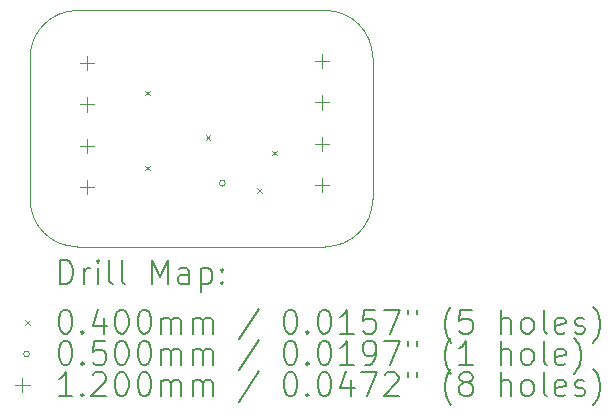
<source format=gbr>
%TF.GenerationSoftware,KiCad,Pcbnew,(6.0.11)*%
%TF.CreationDate,2023-02-10T19:03:14+05:30*%
%TF.ProjectId,charg,63686172-672e-46b6-9963-61645f706362,rev?*%
%TF.SameCoordinates,Original*%
%TF.FileFunction,Drillmap*%
%TF.FilePolarity,Positive*%
%FSLAX45Y45*%
G04 Gerber Fmt 4.5, Leading zero omitted, Abs format (unit mm)*
G04 Created by KiCad (PCBNEW (6.0.11)) date 2023-02-10 19:03:14*
%MOMM*%
%LPD*%
G01*
G04 APERTURE LIST*
%ADD10C,0.100000*%
%ADD11C,0.200000*%
%ADD12C,0.040000*%
%ADD13C,0.050000*%
%ADD14C,0.120000*%
G04 APERTURE END LIST*
D10*
X13359000Y-6615000D02*
X13359000Y-5415000D01*
X13359000Y-6615000D02*
G75*
G03*
X13759000Y-7015000I400000J0D01*
G01*
X13759000Y-5015000D02*
X15859000Y-5015000D01*
X15859000Y-7015000D02*
G75*
G03*
X16259000Y-6615000I0J400000D01*
G01*
X13759000Y-5015000D02*
G75*
G03*
X13359000Y-5415000I0J-400000D01*
G01*
X16259000Y-5415000D02*
X16259000Y-6615000D01*
X16259000Y-5415000D02*
G75*
G03*
X15859000Y-5015000I-400000J0D01*
G01*
X15859000Y-7015000D02*
X13759000Y-7015000D01*
D11*
D12*
X14331000Y-5695000D02*
X14371000Y-5735000D01*
X14371000Y-5695000D02*
X14331000Y-5735000D01*
X14331000Y-6330000D02*
X14371000Y-6370000D01*
X14371000Y-6330000D02*
X14331000Y-6370000D01*
X14845000Y-6069000D02*
X14885000Y-6109000D01*
X14885000Y-6069000D02*
X14845000Y-6109000D01*
X15283500Y-6520500D02*
X15323500Y-6560500D01*
X15323500Y-6520500D02*
X15283500Y-6560500D01*
X15410500Y-6203000D02*
X15450500Y-6243000D01*
X15450500Y-6203000D02*
X15410500Y-6243000D01*
D13*
X15011000Y-6477000D02*
G75*
G03*
X15011000Y-6477000I-25000J0D01*
G01*
D14*
X13843000Y-5401000D02*
X13843000Y-5521000D01*
X13783000Y-5461000D02*
X13903000Y-5461000D01*
X13843000Y-5751000D02*
X13843000Y-5871000D01*
X13783000Y-5811000D02*
X13903000Y-5811000D01*
X13843000Y-6101000D02*
X13843000Y-6221000D01*
X13783000Y-6161000D02*
X13903000Y-6161000D01*
X13843000Y-6451000D02*
X13843000Y-6571000D01*
X13783000Y-6511000D02*
X13903000Y-6511000D01*
X15830000Y-5384000D02*
X15830000Y-5504000D01*
X15770000Y-5444000D02*
X15890000Y-5444000D01*
X15830000Y-5734000D02*
X15830000Y-5854000D01*
X15770000Y-5794000D02*
X15890000Y-5794000D01*
X15830000Y-6084000D02*
X15830000Y-6204000D01*
X15770000Y-6144000D02*
X15890000Y-6144000D01*
X15830000Y-6434000D02*
X15830000Y-6554000D01*
X15770000Y-6494000D02*
X15890000Y-6494000D01*
D11*
X13611619Y-7330476D02*
X13611619Y-7130476D01*
X13659238Y-7130476D01*
X13687809Y-7140000D01*
X13706857Y-7159048D01*
X13716381Y-7178095D01*
X13725905Y-7216190D01*
X13725905Y-7244762D01*
X13716381Y-7282857D01*
X13706857Y-7301905D01*
X13687809Y-7320952D01*
X13659238Y-7330476D01*
X13611619Y-7330476D01*
X13811619Y-7330476D02*
X13811619Y-7197143D01*
X13811619Y-7235238D02*
X13821143Y-7216190D01*
X13830667Y-7206667D01*
X13849714Y-7197143D01*
X13868762Y-7197143D01*
X13935428Y-7330476D02*
X13935428Y-7197143D01*
X13935428Y-7130476D02*
X13925905Y-7140000D01*
X13935428Y-7149524D01*
X13944952Y-7140000D01*
X13935428Y-7130476D01*
X13935428Y-7149524D01*
X14059238Y-7330476D02*
X14040190Y-7320952D01*
X14030667Y-7301905D01*
X14030667Y-7130476D01*
X14164000Y-7330476D02*
X14144952Y-7320952D01*
X14135428Y-7301905D01*
X14135428Y-7130476D01*
X14392571Y-7330476D02*
X14392571Y-7130476D01*
X14459238Y-7273333D01*
X14525905Y-7130476D01*
X14525905Y-7330476D01*
X14706857Y-7330476D02*
X14706857Y-7225714D01*
X14697333Y-7206667D01*
X14678286Y-7197143D01*
X14640190Y-7197143D01*
X14621143Y-7206667D01*
X14706857Y-7320952D02*
X14687809Y-7330476D01*
X14640190Y-7330476D01*
X14621143Y-7320952D01*
X14611619Y-7301905D01*
X14611619Y-7282857D01*
X14621143Y-7263809D01*
X14640190Y-7254286D01*
X14687809Y-7254286D01*
X14706857Y-7244762D01*
X14802095Y-7197143D02*
X14802095Y-7397143D01*
X14802095Y-7206667D02*
X14821143Y-7197143D01*
X14859238Y-7197143D01*
X14878286Y-7206667D01*
X14887809Y-7216190D01*
X14897333Y-7235238D01*
X14897333Y-7292381D01*
X14887809Y-7311428D01*
X14878286Y-7320952D01*
X14859238Y-7330476D01*
X14821143Y-7330476D01*
X14802095Y-7320952D01*
X14983048Y-7311428D02*
X14992571Y-7320952D01*
X14983048Y-7330476D01*
X14973524Y-7320952D01*
X14983048Y-7311428D01*
X14983048Y-7330476D01*
X14983048Y-7206667D02*
X14992571Y-7216190D01*
X14983048Y-7225714D01*
X14973524Y-7216190D01*
X14983048Y-7206667D01*
X14983048Y-7225714D01*
D12*
X13314000Y-7640000D02*
X13354000Y-7680000D01*
X13354000Y-7640000D02*
X13314000Y-7680000D01*
D11*
X13649714Y-7550476D02*
X13668762Y-7550476D01*
X13687809Y-7560000D01*
X13697333Y-7569524D01*
X13706857Y-7588571D01*
X13716381Y-7626667D01*
X13716381Y-7674286D01*
X13706857Y-7712381D01*
X13697333Y-7731428D01*
X13687809Y-7740952D01*
X13668762Y-7750476D01*
X13649714Y-7750476D01*
X13630667Y-7740952D01*
X13621143Y-7731428D01*
X13611619Y-7712381D01*
X13602095Y-7674286D01*
X13602095Y-7626667D01*
X13611619Y-7588571D01*
X13621143Y-7569524D01*
X13630667Y-7560000D01*
X13649714Y-7550476D01*
X13802095Y-7731428D02*
X13811619Y-7740952D01*
X13802095Y-7750476D01*
X13792571Y-7740952D01*
X13802095Y-7731428D01*
X13802095Y-7750476D01*
X13983048Y-7617143D02*
X13983048Y-7750476D01*
X13935428Y-7540952D02*
X13887809Y-7683809D01*
X14011619Y-7683809D01*
X14125905Y-7550476D02*
X14144952Y-7550476D01*
X14164000Y-7560000D01*
X14173524Y-7569524D01*
X14183048Y-7588571D01*
X14192571Y-7626667D01*
X14192571Y-7674286D01*
X14183048Y-7712381D01*
X14173524Y-7731428D01*
X14164000Y-7740952D01*
X14144952Y-7750476D01*
X14125905Y-7750476D01*
X14106857Y-7740952D01*
X14097333Y-7731428D01*
X14087809Y-7712381D01*
X14078286Y-7674286D01*
X14078286Y-7626667D01*
X14087809Y-7588571D01*
X14097333Y-7569524D01*
X14106857Y-7560000D01*
X14125905Y-7550476D01*
X14316381Y-7550476D02*
X14335428Y-7550476D01*
X14354476Y-7560000D01*
X14364000Y-7569524D01*
X14373524Y-7588571D01*
X14383048Y-7626667D01*
X14383048Y-7674286D01*
X14373524Y-7712381D01*
X14364000Y-7731428D01*
X14354476Y-7740952D01*
X14335428Y-7750476D01*
X14316381Y-7750476D01*
X14297333Y-7740952D01*
X14287809Y-7731428D01*
X14278286Y-7712381D01*
X14268762Y-7674286D01*
X14268762Y-7626667D01*
X14278286Y-7588571D01*
X14287809Y-7569524D01*
X14297333Y-7560000D01*
X14316381Y-7550476D01*
X14468762Y-7750476D02*
X14468762Y-7617143D01*
X14468762Y-7636190D02*
X14478286Y-7626667D01*
X14497333Y-7617143D01*
X14525905Y-7617143D01*
X14544952Y-7626667D01*
X14554476Y-7645714D01*
X14554476Y-7750476D01*
X14554476Y-7645714D02*
X14564000Y-7626667D01*
X14583048Y-7617143D01*
X14611619Y-7617143D01*
X14630667Y-7626667D01*
X14640190Y-7645714D01*
X14640190Y-7750476D01*
X14735428Y-7750476D02*
X14735428Y-7617143D01*
X14735428Y-7636190D02*
X14744952Y-7626667D01*
X14764000Y-7617143D01*
X14792571Y-7617143D01*
X14811619Y-7626667D01*
X14821143Y-7645714D01*
X14821143Y-7750476D01*
X14821143Y-7645714D02*
X14830667Y-7626667D01*
X14849714Y-7617143D01*
X14878286Y-7617143D01*
X14897333Y-7626667D01*
X14906857Y-7645714D01*
X14906857Y-7750476D01*
X15297333Y-7540952D02*
X15125905Y-7798095D01*
X15554476Y-7550476D02*
X15573524Y-7550476D01*
X15592571Y-7560000D01*
X15602095Y-7569524D01*
X15611619Y-7588571D01*
X15621143Y-7626667D01*
X15621143Y-7674286D01*
X15611619Y-7712381D01*
X15602095Y-7731428D01*
X15592571Y-7740952D01*
X15573524Y-7750476D01*
X15554476Y-7750476D01*
X15535428Y-7740952D01*
X15525905Y-7731428D01*
X15516381Y-7712381D01*
X15506857Y-7674286D01*
X15506857Y-7626667D01*
X15516381Y-7588571D01*
X15525905Y-7569524D01*
X15535428Y-7560000D01*
X15554476Y-7550476D01*
X15706857Y-7731428D02*
X15716381Y-7740952D01*
X15706857Y-7750476D01*
X15697333Y-7740952D01*
X15706857Y-7731428D01*
X15706857Y-7750476D01*
X15840190Y-7550476D02*
X15859238Y-7550476D01*
X15878286Y-7560000D01*
X15887809Y-7569524D01*
X15897333Y-7588571D01*
X15906857Y-7626667D01*
X15906857Y-7674286D01*
X15897333Y-7712381D01*
X15887809Y-7731428D01*
X15878286Y-7740952D01*
X15859238Y-7750476D01*
X15840190Y-7750476D01*
X15821143Y-7740952D01*
X15811619Y-7731428D01*
X15802095Y-7712381D01*
X15792571Y-7674286D01*
X15792571Y-7626667D01*
X15802095Y-7588571D01*
X15811619Y-7569524D01*
X15821143Y-7560000D01*
X15840190Y-7550476D01*
X16097333Y-7750476D02*
X15983048Y-7750476D01*
X16040190Y-7750476D02*
X16040190Y-7550476D01*
X16021143Y-7579048D01*
X16002095Y-7598095D01*
X15983048Y-7607619D01*
X16278286Y-7550476D02*
X16183048Y-7550476D01*
X16173524Y-7645714D01*
X16183048Y-7636190D01*
X16202095Y-7626667D01*
X16249714Y-7626667D01*
X16268762Y-7636190D01*
X16278286Y-7645714D01*
X16287809Y-7664762D01*
X16287809Y-7712381D01*
X16278286Y-7731428D01*
X16268762Y-7740952D01*
X16249714Y-7750476D01*
X16202095Y-7750476D01*
X16183048Y-7740952D01*
X16173524Y-7731428D01*
X16354476Y-7550476D02*
X16487809Y-7550476D01*
X16402095Y-7750476D01*
X16554476Y-7550476D02*
X16554476Y-7588571D01*
X16630667Y-7550476D02*
X16630667Y-7588571D01*
X16925905Y-7826667D02*
X16916381Y-7817143D01*
X16897333Y-7788571D01*
X16887810Y-7769524D01*
X16878286Y-7740952D01*
X16868762Y-7693333D01*
X16868762Y-7655238D01*
X16878286Y-7607619D01*
X16887810Y-7579048D01*
X16897333Y-7560000D01*
X16916381Y-7531428D01*
X16925905Y-7521905D01*
X17097333Y-7550476D02*
X17002095Y-7550476D01*
X16992571Y-7645714D01*
X17002095Y-7636190D01*
X17021143Y-7626667D01*
X17068762Y-7626667D01*
X17087810Y-7636190D01*
X17097333Y-7645714D01*
X17106857Y-7664762D01*
X17106857Y-7712381D01*
X17097333Y-7731428D01*
X17087810Y-7740952D01*
X17068762Y-7750476D01*
X17021143Y-7750476D01*
X17002095Y-7740952D01*
X16992571Y-7731428D01*
X17344952Y-7750476D02*
X17344952Y-7550476D01*
X17430667Y-7750476D02*
X17430667Y-7645714D01*
X17421143Y-7626667D01*
X17402095Y-7617143D01*
X17373524Y-7617143D01*
X17354476Y-7626667D01*
X17344952Y-7636190D01*
X17554476Y-7750476D02*
X17535429Y-7740952D01*
X17525905Y-7731428D01*
X17516381Y-7712381D01*
X17516381Y-7655238D01*
X17525905Y-7636190D01*
X17535429Y-7626667D01*
X17554476Y-7617143D01*
X17583048Y-7617143D01*
X17602095Y-7626667D01*
X17611619Y-7636190D01*
X17621143Y-7655238D01*
X17621143Y-7712381D01*
X17611619Y-7731428D01*
X17602095Y-7740952D01*
X17583048Y-7750476D01*
X17554476Y-7750476D01*
X17735429Y-7750476D02*
X17716381Y-7740952D01*
X17706857Y-7721905D01*
X17706857Y-7550476D01*
X17887810Y-7740952D02*
X17868762Y-7750476D01*
X17830667Y-7750476D01*
X17811619Y-7740952D01*
X17802095Y-7721905D01*
X17802095Y-7645714D01*
X17811619Y-7626667D01*
X17830667Y-7617143D01*
X17868762Y-7617143D01*
X17887810Y-7626667D01*
X17897333Y-7645714D01*
X17897333Y-7664762D01*
X17802095Y-7683809D01*
X17973524Y-7740952D02*
X17992571Y-7750476D01*
X18030667Y-7750476D01*
X18049714Y-7740952D01*
X18059238Y-7721905D01*
X18059238Y-7712381D01*
X18049714Y-7693333D01*
X18030667Y-7683809D01*
X18002095Y-7683809D01*
X17983048Y-7674286D01*
X17973524Y-7655238D01*
X17973524Y-7645714D01*
X17983048Y-7626667D01*
X18002095Y-7617143D01*
X18030667Y-7617143D01*
X18049714Y-7626667D01*
X18125905Y-7826667D02*
X18135429Y-7817143D01*
X18154476Y-7788571D01*
X18164000Y-7769524D01*
X18173524Y-7740952D01*
X18183048Y-7693333D01*
X18183048Y-7655238D01*
X18173524Y-7607619D01*
X18164000Y-7579048D01*
X18154476Y-7560000D01*
X18135429Y-7531428D01*
X18125905Y-7521905D01*
D13*
X13354000Y-7924000D02*
G75*
G03*
X13354000Y-7924000I-25000J0D01*
G01*
D11*
X13649714Y-7814476D02*
X13668762Y-7814476D01*
X13687809Y-7824000D01*
X13697333Y-7833524D01*
X13706857Y-7852571D01*
X13716381Y-7890667D01*
X13716381Y-7938286D01*
X13706857Y-7976381D01*
X13697333Y-7995428D01*
X13687809Y-8004952D01*
X13668762Y-8014476D01*
X13649714Y-8014476D01*
X13630667Y-8004952D01*
X13621143Y-7995428D01*
X13611619Y-7976381D01*
X13602095Y-7938286D01*
X13602095Y-7890667D01*
X13611619Y-7852571D01*
X13621143Y-7833524D01*
X13630667Y-7824000D01*
X13649714Y-7814476D01*
X13802095Y-7995428D02*
X13811619Y-8004952D01*
X13802095Y-8014476D01*
X13792571Y-8004952D01*
X13802095Y-7995428D01*
X13802095Y-8014476D01*
X13992571Y-7814476D02*
X13897333Y-7814476D01*
X13887809Y-7909714D01*
X13897333Y-7900190D01*
X13916381Y-7890667D01*
X13964000Y-7890667D01*
X13983048Y-7900190D01*
X13992571Y-7909714D01*
X14002095Y-7928762D01*
X14002095Y-7976381D01*
X13992571Y-7995428D01*
X13983048Y-8004952D01*
X13964000Y-8014476D01*
X13916381Y-8014476D01*
X13897333Y-8004952D01*
X13887809Y-7995428D01*
X14125905Y-7814476D02*
X14144952Y-7814476D01*
X14164000Y-7824000D01*
X14173524Y-7833524D01*
X14183048Y-7852571D01*
X14192571Y-7890667D01*
X14192571Y-7938286D01*
X14183048Y-7976381D01*
X14173524Y-7995428D01*
X14164000Y-8004952D01*
X14144952Y-8014476D01*
X14125905Y-8014476D01*
X14106857Y-8004952D01*
X14097333Y-7995428D01*
X14087809Y-7976381D01*
X14078286Y-7938286D01*
X14078286Y-7890667D01*
X14087809Y-7852571D01*
X14097333Y-7833524D01*
X14106857Y-7824000D01*
X14125905Y-7814476D01*
X14316381Y-7814476D02*
X14335428Y-7814476D01*
X14354476Y-7824000D01*
X14364000Y-7833524D01*
X14373524Y-7852571D01*
X14383048Y-7890667D01*
X14383048Y-7938286D01*
X14373524Y-7976381D01*
X14364000Y-7995428D01*
X14354476Y-8004952D01*
X14335428Y-8014476D01*
X14316381Y-8014476D01*
X14297333Y-8004952D01*
X14287809Y-7995428D01*
X14278286Y-7976381D01*
X14268762Y-7938286D01*
X14268762Y-7890667D01*
X14278286Y-7852571D01*
X14287809Y-7833524D01*
X14297333Y-7824000D01*
X14316381Y-7814476D01*
X14468762Y-8014476D02*
X14468762Y-7881143D01*
X14468762Y-7900190D02*
X14478286Y-7890667D01*
X14497333Y-7881143D01*
X14525905Y-7881143D01*
X14544952Y-7890667D01*
X14554476Y-7909714D01*
X14554476Y-8014476D01*
X14554476Y-7909714D02*
X14564000Y-7890667D01*
X14583048Y-7881143D01*
X14611619Y-7881143D01*
X14630667Y-7890667D01*
X14640190Y-7909714D01*
X14640190Y-8014476D01*
X14735428Y-8014476D02*
X14735428Y-7881143D01*
X14735428Y-7900190D02*
X14744952Y-7890667D01*
X14764000Y-7881143D01*
X14792571Y-7881143D01*
X14811619Y-7890667D01*
X14821143Y-7909714D01*
X14821143Y-8014476D01*
X14821143Y-7909714D02*
X14830667Y-7890667D01*
X14849714Y-7881143D01*
X14878286Y-7881143D01*
X14897333Y-7890667D01*
X14906857Y-7909714D01*
X14906857Y-8014476D01*
X15297333Y-7804952D02*
X15125905Y-8062095D01*
X15554476Y-7814476D02*
X15573524Y-7814476D01*
X15592571Y-7824000D01*
X15602095Y-7833524D01*
X15611619Y-7852571D01*
X15621143Y-7890667D01*
X15621143Y-7938286D01*
X15611619Y-7976381D01*
X15602095Y-7995428D01*
X15592571Y-8004952D01*
X15573524Y-8014476D01*
X15554476Y-8014476D01*
X15535428Y-8004952D01*
X15525905Y-7995428D01*
X15516381Y-7976381D01*
X15506857Y-7938286D01*
X15506857Y-7890667D01*
X15516381Y-7852571D01*
X15525905Y-7833524D01*
X15535428Y-7824000D01*
X15554476Y-7814476D01*
X15706857Y-7995428D02*
X15716381Y-8004952D01*
X15706857Y-8014476D01*
X15697333Y-8004952D01*
X15706857Y-7995428D01*
X15706857Y-8014476D01*
X15840190Y-7814476D02*
X15859238Y-7814476D01*
X15878286Y-7824000D01*
X15887809Y-7833524D01*
X15897333Y-7852571D01*
X15906857Y-7890667D01*
X15906857Y-7938286D01*
X15897333Y-7976381D01*
X15887809Y-7995428D01*
X15878286Y-8004952D01*
X15859238Y-8014476D01*
X15840190Y-8014476D01*
X15821143Y-8004952D01*
X15811619Y-7995428D01*
X15802095Y-7976381D01*
X15792571Y-7938286D01*
X15792571Y-7890667D01*
X15802095Y-7852571D01*
X15811619Y-7833524D01*
X15821143Y-7824000D01*
X15840190Y-7814476D01*
X16097333Y-8014476D02*
X15983048Y-8014476D01*
X16040190Y-8014476D02*
X16040190Y-7814476D01*
X16021143Y-7843048D01*
X16002095Y-7862095D01*
X15983048Y-7871619D01*
X16192571Y-8014476D02*
X16230667Y-8014476D01*
X16249714Y-8004952D01*
X16259238Y-7995428D01*
X16278286Y-7966857D01*
X16287809Y-7928762D01*
X16287809Y-7852571D01*
X16278286Y-7833524D01*
X16268762Y-7824000D01*
X16249714Y-7814476D01*
X16211619Y-7814476D01*
X16192571Y-7824000D01*
X16183048Y-7833524D01*
X16173524Y-7852571D01*
X16173524Y-7900190D01*
X16183048Y-7919238D01*
X16192571Y-7928762D01*
X16211619Y-7938286D01*
X16249714Y-7938286D01*
X16268762Y-7928762D01*
X16278286Y-7919238D01*
X16287809Y-7900190D01*
X16354476Y-7814476D02*
X16487809Y-7814476D01*
X16402095Y-8014476D01*
X16554476Y-7814476D02*
X16554476Y-7852571D01*
X16630667Y-7814476D02*
X16630667Y-7852571D01*
X16925905Y-8090667D02*
X16916381Y-8081143D01*
X16897333Y-8052571D01*
X16887810Y-8033524D01*
X16878286Y-8004952D01*
X16868762Y-7957333D01*
X16868762Y-7919238D01*
X16878286Y-7871619D01*
X16887810Y-7843048D01*
X16897333Y-7824000D01*
X16916381Y-7795428D01*
X16925905Y-7785905D01*
X17106857Y-8014476D02*
X16992571Y-8014476D01*
X17049714Y-8014476D02*
X17049714Y-7814476D01*
X17030667Y-7843048D01*
X17011619Y-7862095D01*
X16992571Y-7871619D01*
X17344952Y-8014476D02*
X17344952Y-7814476D01*
X17430667Y-8014476D02*
X17430667Y-7909714D01*
X17421143Y-7890667D01*
X17402095Y-7881143D01*
X17373524Y-7881143D01*
X17354476Y-7890667D01*
X17344952Y-7900190D01*
X17554476Y-8014476D02*
X17535429Y-8004952D01*
X17525905Y-7995428D01*
X17516381Y-7976381D01*
X17516381Y-7919238D01*
X17525905Y-7900190D01*
X17535429Y-7890667D01*
X17554476Y-7881143D01*
X17583048Y-7881143D01*
X17602095Y-7890667D01*
X17611619Y-7900190D01*
X17621143Y-7919238D01*
X17621143Y-7976381D01*
X17611619Y-7995428D01*
X17602095Y-8004952D01*
X17583048Y-8014476D01*
X17554476Y-8014476D01*
X17735429Y-8014476D02*
X17716381Y-8004952D01*
X17706857Y-7985905D01*
X17706857Y-7814476D01*
X17887810Y-8004952D02*
X17868762Y-8014476D01*
X17830667Y-8014476D01*
X17811619Y-8004952D01*
X17802095Y-7985905D01*
X17802095Y-7909714D01*
X17811619Y-7890667D01*
X17830667Y-7881143D01*
X17868762Y-7881143D01*
X17887810Y-7890667D01*
X17897333Y-7909714D01*
X17897333Y-7928762D01*
X17802095Y-7947809D01*
X17964000Y-8090667D02*
X17973524Y-8081143D01*
X17992571Y-8052571D01*
X18002095Y-8033524D01*
X18011619Y-8004952D01*
X18021143Y-7957333D01*
X18021143Y-7919238D01*
X18011619Y-7871619D01*
X18002095Y-7843048D01*
X17992571Y-7824000D01*
X17973524Y-7795428D01*
X17964000Y-7785905D01*
D14*
X13294000Y-8128000D02*
X13294000Y-8248000D01*
X13234000Y-8188000D02*
X13354000Y-8188000D01*
D11*
X13716381Y-8278476D02*
X13602095Y-8278476D01*
X13659238Y-8278476D02*
X13659238Y-8078476D01*
X13640190Y-8107048D01*
X13621143Y-8126095D01*
X13602095Y-8135619D01*
X13802095Y-8259428D02*
X13811619Y-8268952D01*
X13802095Y-8278476D01*
X13792571Y-8268952D01*
X13802095Y-8259428D01*
X13802095Y-8278476D01*
X13887809Y-8097524D02*
X13897333Y-8088000D01*
X13916381Y-8078476D01*
X13964000Y-8078476D01*
X13983048Y-8088000D01*
X13992571Y-8097524D01*
X14002095Y-8116571D01*
X14002095Y-8135619D01*
X13992571Y-8164190D01*
X13878286Y-8278476D01*
X14002095Y-8278476D01*
X14125905Y-8078476D02*
X14144952Y-8078476D01*
X14164000Y-8088000D01*
X14173524Y-8097524D01*
X14183048Y-8116571D01*
X14192571Y-8154667D01*
X14192571Y-8202286D01*
X14183048Y-8240381D01*
X14173524Y-8259428D01*
X14164000Y-8268952D01*
X14144952Y-8278476D01*
X14125905Y-8278476D01*
X14106857Y-8268952D01*
X14097333Y-8259428D01*
X14087809Y-8240381D01*
X14078286Y-8202286D01*
X14078286Y-8154667D01*
X14087809Y-8116571D01*
X14097333Y-8097524D01*
X14106857Y-8088000D01*
X14125905Y-8078476D01*
X14316381Y-8078476D02*
X14335428Y-8078476D01*
X14354476Y-8088000D01*
X14364000Y-8097524D01*
X14373524Y-8116571D01*
X14383048Y-8154667D01*
X14383048Y-8202286D01*
X14373524Y-8240381D01*
X14364000Y-8259428D01*
X14354476Y-8268952D01*
X14335428Y-8278476D01*
X14316381Y-8278476D01*
X14297333Y-8268952D01*
X14287809Y-8259428D01*
X14278286Y-8240381D01*
X14268762Y-8202286D01*
X14268762Y-8154667D01*
X14278286Y-8116571D01*
X14287809Y-8097524D01*
X14297333Y-8088000D01*
X14316381Y-8078476D01*
X14468762Y-8278476D02*
X14468762Y-8145143D01*
X14468762Y-8164190D02*
X14478286Y-8154667D01*
X14497333Y-8145143D01*
X14525905Y-8145143D01*
X14544952Y-8154667D01*
X14554476Y-8173714D01*
X14554476Y-8278476D01*
X14554476Y-8173714D02*
X14564000Y-8154667D01*
X14583048Y-8145143D01*
X14611619Y-8145143D01*
X14630667Y-8154667D01*
X14640190Y-8173714D01*
X14640190Y-8278476D01*
X14735428Y-8278476D02*
X14735428Y-8145143D01*
X14735428Y-8164190D02*
X14744952Y-8154667D01*
X14764000Y-8145143D01*
X14792571Y-8145143D01*
X14811619Y-8154667D01*
X14821143Y-8173714D01*
X14821143Y-8278476D01*
X14821143Y-8173714D02*
X14830667Y-8154667D01*
X14849714Y-8145143D01*
X14878286Y-8145143D01*
X14897333Y-8154667D01*
X14906857Y-8173714D01*
X14906857Y-8278476D01*
X15297333Y-8068952D02*
X15125905Y-8326095D01*
X15554476Y-8078476D02*
X15573524Y-8078476D01*
X15592571Y-8088000D01*
X15602095Y-8097524D01*
X15611619Y-8116571D01*
X15621143Y-8154667D01*
X15621143Y-8202286D01*
X15611619Y-8240381D01*
X15602095Y-8259428D01*
X15592571Y-8268952D01*
X15573524Y-8278476D01*
X15554476Y-8278476D01*
X15535428Y-8268952D01*
X15525905Y-8259428D01*
X15516381Y-8240381D01*
X15506857Y-8202286D01*
X15506857Y-8154667D01*
X15516381Y-8116571D01*
X15525905Y-8097524D01*
X15535428Y-8088000D01*
X15554476Y-8078476D01*
X15706857Y-8259428D02*
X15716381Y-8268952D01*
X15706857Y-8278476D01*
X15697333Y-8268952D01*
X15706857Y-8259428D01*
X15706857Y-8278476D01*
X15840190Y-8078476D02*
X15859238Y-8078476D01*
X15878286Y-8088000D01*
X15887809Y-8097524D01*
X15897333Y-8116571D01*
X15906857Y-8154667D01*
X15906857Y-8202286D01*
X15897333Y-8240381D01*
X15887809Y-8259428D01*
X15878286Y-8268952D01*
X15859238Y-8278476D01*
X15840190Y-8278476D01*
X15821143Y-8268952D01*
X15811619Y-8259428D01*
X15802095Y-8240381D01*
X15792571Y-8202286D01*
X15792571Y-8154667D01*
X15802095Y-8116571D01*
X15811619Y-8097524D01*
X15821143Y-8088000D01*
X15840190Y-8078476D01*
X16078286Y-8145143D02*
X16078286Y-8278476D01*
X16030667Y-8068952D02*
X15983048Y-8211809D01*
X16106857Y-8211809D01*
X16164000Y-8078476D02*
X16297333Y-8078476D01*
X16211619Y-8278476D01*
X16364000Y-8097524D02*
X16373524Y-8088000D01*
X16392571Y-8078476D01*
X16440190Y-8078476D01*
X16459238Y-8088000D01*
X16468762Y-8097524D01*
X16478286Y-8116571D01*
X16478286Y-8135619D01*
X16468762Y-8164190D01*
X16354476Y-8278476D01*
X16478286Y-8278476D01*
X16554476Y-8078476D02*
X16554476Y-8116571D01*
X16630667Y-8078476D02*
X16630667Y-8116571D01*
X16925905Y-8354667D02*
X16916381Y-8345143D01*
X16897333Y-8316571D01*
X16887810Y-8297524D01*
X16878286Y-8268952D01*
X16868762Y-8221333D01*
X16868762Y-8183238D01*
X16878286Y-8135619D01*
X16887810Y-8107048D01*
X16897333Y-8088000D01*
X16916381Y-8059428D01*
X16925905Y-8049905D01*
X17030667Y-8164190D02*
X17011619Y-8154667D01*
X17002095Y-8145143D01*
X16992571Y-8126095D01*
X16992571Y-8116571D01*
X17002095Y-8097524D01*
X17011619Y-8088000D01*
X17030667Y-8078476D01*
X17068762Y-8078476D01*
X17087810Y-8088000D01*
X17097333Y-8097524D01*
X17106857Y-8116571D01*
X17106857Y-8126095D01*
X17097333Y-8145143D01*
X17087810Y-8154667D01*
X17068762Y-8164190D01*
X17030667Y-8164190D01*
X17011619Y-8173714D01*
X17002095Y-8183238D01*
X16992571Y-8202286D01*
X16992571Y-8240381D01*
X17002095Y-8259428D01*
X17011619Y-8268952D01*
X17030667Y-8278476D01*
X17068762Y-8278476D01*
X17087810Y-8268952D01*
X17097333Y-8259428D01*
X17106857Y-8240381D01*
X17106857Y-8202286D01*
X17097333Y-8183238D01*
X17087810Y-8173714D01*
X17068762Y-8164190D01*
X17344952Y-8278476D02*
X17344952Y-8078476D01*
X17430667Y-8278476D02*
X17430667Y-8173714D01*
X17421143Y-8154667D01*
X17402095Y-8145143D01*
X17373524Y-8145143D01*
X17354476Y-8154667D01*
X17344952Y-8164190D01*
X17554476Y-8278476D02*
X17535429Y-8268952D01*
X17525905Y-8259428D01*
X17516381Y-8240381D01*
X17516381Y-8183238D01*
X17525905Y-8164190D01*
X17535429Y-8154667D01*
X17554476Y-8145143D01*
X17583048Y-8145143D01*
X17602095Y-8154667D01*
X17611619Y-8164190D01*
X17621143Y-8183238D01*
X17621143Y-8240381D01*
X17611619Y-8259428D01*
X17602095Y-8268952D01*
X17583048Y-8278476D01*
X17554476Y-8278476D01*
X17735429Y-8278476D02*
X17716381Y-8268952D01*
X17706857Y-8249905D01*
X17706857Y-8078476D01*
X17887810Y-8268952D02*
X17868762Y-8278476D01*
X17830667Y-8278476D01*
X17811619Y-8268952D01*
X17802095Y-8249905D01*
X17802095Y-8173714D01*
X17811619Y-8154667D01*
X17830667Y-8145143D01*
X17868762Y-8145143D01*
X17887810Y-8154667D01*
X17897333Y-8173714D01*
X17897333Y-8192762D01*
X17802095Y-8211809D01*
X17973524Y-8268952D02*
X17992571Y-8278476D01*
X18030667Y-8278476D01*
X18049714Y-8268952D01*
X18059238Y-8249905D01*
X18059238Y-8240381D01*
X18049714Y-8221333D01*
X18030667Y-8211809D01*
X18002095Y-8211809D01*
X17983048Y-8202286D01*
X17973524Y-8183238D01*
X17973524Y-8173714D01*
X17983048Y-8154667D01*
X18002095Y-8145143D01*
X18030667Y-8145143D01*
X18049714Y-8154667D01*
X18125905Y-8354667D02*
X18135429Y-8345143D01*
X18154476Y-8316571D01*
X18164000Y-8297524D01*
X18173524Y-8268952D01*
X18183048Y-8221333D01*
X18183048Y-8183238D01*
X18173524Y-8135619D01*
X18164000Y-8107048D01*
X18154476Y-8088000D01*
X18135429Y-8059428D01*
X18125905Y-8049905D01*
M02*

</source>
